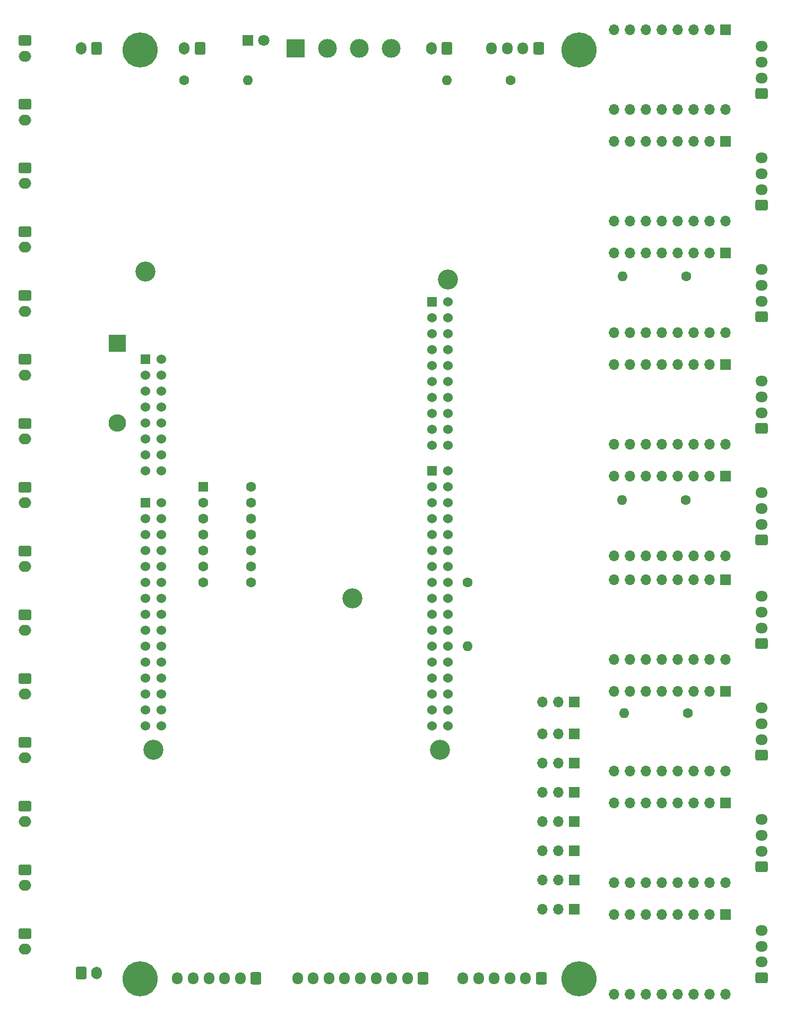
<source format=gbr>
%TF.GenerationSoftware,KiCad,Pcbnew,9.0.0*%
%TF.CreationDate,2025-03-23T18:41:59+01:00*%
%TF.ProjectId,Board_Main,426f6172-645f-44d6-9169-6e2e6b696361,rev?*%
%TF.SameCoordinates,Original*%
%TF.FileFunction,Soldermask,Bot*%
%TF.FilePolarity,Negative*%
%FSLAX46Y46*%
G04 Gerber Fmt 4.6, Leading zero omitted, Abs format (unit mm)*
G04 Created by KiCad (PCBNEW 9.0.0) date 2025-03-23 18:41:59*
%MOMM*%
%LPD*%
G01*
G04 APERTURE LIST*
G04 Aperture macros list*
%AMRoundRect*
0 Rectangle with rounded corners*
0 $1 Rounding radius*
0 $2 $3 $4 $5 $6 $7 $8 $9 X,Y pos of 4 corners*
0 Add a 4 corners polygon primitive as box body*
4,1,4,$2,$3,$4,$5,$6,$7,$8,$9,$2,$3,0*
0 Add four circle primitives for the rounded corners*
1,1,$1+$1,$2,$3*
1,1,$1+$1,$4,$5*
1,1,$1+$1,$6,$7*
1,1,$1+$1,$8,$9*
0 Add four rect primitives between the rounded corners*
20,1,$1+$1,$2,$3,$4,$5,0*
20,1,$1+$1,$4,$5,$6,$7,0*
20,1,$1+$1,$6,$7,$8,$9,0*
20,1,$1+$1,$8,$9,$2,$3,0*%
G04 Aperture macros list end*
%ADD10O,1.700000X1.950000*%
%ADD11RoundRect,0.250000X0.600000X0.725000X-0.600000X0.725000X-0.600000X-0.725000X0.600000X-0.725000X0*%
%ADD12C,3.200000*%
%ADD13R,1.530000X1.530000*%
%ADD14C,1.530000*%
%ADD15C,5.600000*%
%ADD16RoundRect,0.250000X-0.750000X0.600000X-0.750000X-0.600000X0.750000X-0.600000X0.750000X0.600000X0*%
%ADD17O,2.000000X1.700000*%
%ADD18R,1.700000X1.700000*%
%ADD19O,1.700000X1.700000*%
%ADD20R,1.800000X1.800000*%
%ADD21C,1.800000*%
%ADD22RoundRect,0.250000X0.725000X-0.600000X0.725000X0.600000X-0.725000X0.600000X-0.725000X-0.600000X0*%
%ADD23O,1.950000X1.700000*%
%ADD24C,1.600000*%
%ADD25O,1.600000X1.600000*%
%ADD26RoundRect,0.250000X0.600000X0.750000X-0.600000X0.750000X-0.600000X-0.750000X0.600000X-0.750000X0*%
%ADD27O,1.700000X2.000000*%
%ADD28R,2.800000X2.800000*%
%ADD29O,2.800000X2.800000*%
%ADD30RoundRect,0.250000X-0.550000X-0.550000X0.550000X-0.550000X0.550000X0.550000X-0.550000X0.550000X0*%
%ADD31RoundRect,0.250000X-0.600000X-0.750000X0.600000X-0.750000X0.600000X0.750000X-0.600000X0.750000X0*%
%ADD32R,3.000000X3.000000*%
%ADD33C,3.000000*%
G04 APERTURE END LIST*
D10*
%TO.C,LIDAR*%
X117595000Y-29210707D03*
X120095000Y-29210707D03*
X122595000Y-29210707D03*
D11*
X125095000Y-29210707D03*
%TD*%
D12*
%TO.C,U1*%
X62350000Y-64718000D03*
X63620000Y-140918000D03*
X95370000Y-116788000D03*
X109340000Y-140918000D03*
X110610000Y-65988000D03*
D13*
X108070000Y-69544000D03*
D14*
X110610000Y-69544000D03*
X108070000Y-72084000D03*
X110610000Y-72084000D03*
X108070000Y-74624000D03*
X110610000Y-74624000D03*
X108070000Y-77164000D03*
X110610000Y-77164000D03*
X108070000Y-79704000D03*
X110610000Y-79704000D03*
X108070000Y-82244000D03*
X110610000Y-82244000D03*
X108070000Y-84784000D03*
X110610000Y-84784000D03*
X108070000Y-87324000D03*
X110610000Y-87324000D03*
X108070000Y-89864000D03*
X110610000Y-89864000D03*
X108070000Y-92404000D03*
X110610000Y-92404000D03*
D13*
X62350000Y-78688000D03*
D14*
X64890000Y-78688000D03*
X62350000Y-81228000D03*
X64890000Y-81228000D03*
X62350000Y-83768000D03*
X64890000Y-83768000D03*
X62350000Y-86308000D03*
X64890000Y-86308000D03*
X62350000Y-88848000D03*
X64890000Y-88848000D03*
X62350000Y-91388000D03*
X64890000Y-91388000D03*
X62350000Y-93928000D03*
X64890000Y-93928000D03*
X62350000Y-96468000D03*
X64890000Y-96468000D03*
D13*
X62350000Y-101548000D03*
D14*
X64890000Y-101548000D03*
X62350000Y-104088000D03*
X64890000Y-104088000D03*
X62350000Y-106628000D03*
X64890000Y-106628000D03*
X62350000Y-109168000D03*
X64890000Y-109168000D03*
X62350000Y-111708000D03*
X64890000Y-111708000D03*
X62350000Y-114248000D03*
X64890000Y-114248000D03*
X62350000Y-116788000D03*
X64890000Y-116788000D03*
X62350000Y-119328000D03*
X64890000Y-119328000D03*
X62350000Y-121868000D03*
X64890000Y-121868000D03*
X62350000Y-124408000D03*
X64890000Y-124408000D03*
X62350000Y-126948000D03*
X64890000Y-126948000D03*
X62350000Y-129488000D03*
X64890000Y-129488000D03*
X62350000Y-132028000D03*
X64890000Y-132028000D03*
X62350000Y-134568000D03*
X64890000Y-134568000D03*
X62350000Y-137108000D03*
X64890000Y-137108000D03*
D13*
X108070000Y-96468000D03*
D14*
X110610000Y-96468000D03*
X108070000Y-99008000D03*
X110610000Y-99008000D03*
X108070000Y-101548000D03*
X110610000Y-101548000D03*
X108070000Y-104088000D03*
X110610000Y-104088000D03*
X108070000Y-106628000D03*
X110610000Y-106628000D03*
X108070000Y-109168000D03*
X110610000Y-109168000D03*
X108070000Y-111708000D03*
X110610000Y-111708000D03*
X108070000Y-114248000D03*
X110610000Y-114248000D03*
X108070000Y-116788000D03*
X110610000Y-116788000D03*
X108070000Y-119328000D03*
X110610000Y-119328000D03*
X108070000Y-121868000D03*
X110610000Y-121868000D03*
X108070000Y-124408000D03*
X110610000Y-124408000D03*
X108070000Y-126948000D03*
X110610000Y-126948000D03*
X108070000Y-129488000D03*
X110610000Y-129488000D03*
X108070000Y-132028000D03*
X110610000Y-132028000D03*
X108070000Y-134568000D03*
X110610000Y-134568000D03*
X108070000Y-137108000D03*
X110610000Y-137108000D03*
%TD*%
D15*
%TO.C,H4*%
X131530000Y-177440000D03*
%TD*%
%TO.C,H3*%
X61520000Y-177440000D03*
%TD*%
%TO.C,H2*%
X131590000Y-29460000D03*
%TD*%
%TO.C,H1*%
X61560000Y-29460000D03*
%TD*%
D16*
%TO.C,SW8*%
X43180000Y-99100000D03*
D17*
X43180000Y-101600000D03*
%TD*%
D18*
%TO.C,Servo4*%
X130810000Y-147730000D03*
D19*
X128270000Y-147730000D03*
X125730000Y-147730000D03*
%TD*%
D20*
%TO.C,PWR*%
X78740000Y-27940000D03*
D21*
X81280000Y-27940000D03*
%TD*%
D16*
%TO.C,SW9*%
X43180000Y-109260000D03*
D17*
X43180000Y-111760000D03*
%TD*%
D16*
%TO.C,SW_BAU*%
X43180000Y-160060000D03*
D17*
X43180000Y-162560000D03*
%TD*%
D18*
%TO.C,Servo5*%
X130810000Y-152380000D03*
D19*
X128270000Y-152380000D03*
X125730000Y-152380000D03*
%TD*%
D11*
%TO.C,BTH*%
X125530000Y-177342800D03*
D10*
X123030000Y-177342800D03*
X120530000Y-177342800D03*
X118030000Y-177342800D03*
X115530000Y-177342800D03*
X113030000Y-177342800D03*
%TD*%
D16*
%TO.C,SW4*%
X43180000Y-58380000D03*
D17*
X43180000Y-60880000D03*
%TD*%
D22*
%TO.C,Stepper1*%
X160655000Y-36402000D03*
D23*
X160655000Y-33902000D03*
X160655000Y-31402000D03*
X160655000Y-28902000D03*
%TD*%
D24*
%TO.C,R2*%
X120650000Y-34290000D03*
D25*
X110490000Y-34290000D03*
%TD*%
D18*
%TO.C,Servo1*%
X130810000Y-133350000D03*
D19*
X128270000Y-133350000D03*
X125730000Y-133350000D03*
%TD*%
D16*
%TO.C,SW10*%
X43180000Y-119420000D03*
D17*
X43180000Y-121920000D03*
%TD*%
D18*
%TO.C,U8*%
X154900000Y-79582000D03*
D19*
X152360000Y-79582000D03*
X149820000Y-79582000D03*
X147280000Y-79582000D03*
X144740000Y-79582000D03*
X142200000Y-79582000D03*
X139660000Y-79582000D03*
X137120000Y-79582000D03*
X154900000Y-92282000D03*
X152360000Y-92282000D03*
X149820000Y-92282000D03*
X147280000Y-92282000D03*
X144740000Y-92282000D03*
X142200000Y-92282000D03*
X139660000Y-92282000D03*
X137120000Y-92282000D03*
%TD*%
D16*
%TO.C,SW5*%
X43180000Y-68580000D03*
D17*
X43180000Y-71080000D03*
%TD*%
D24*
%TO.C,R1*%
X68580000Y-34290000D03*
D25*
X78740000Y-34290000D03*
%TD*%
D16*
%TO.C,SW_INIT*%
X43180000Y-170220000D03*
D17*
X43180000Y-172720000D03*
%TD*%
D26*
%TO.C,SW_RST*%
X71080000Y-29210000D03*
D27*
X68580000Y-29210000D03*
%TD*%
D16*
%TO.C,SW3*%
X43180000Y-48220000D03*
D17*
X43180000Y-50720000D03*
%TD*%
D16*
%TO.C,SW6*%
X43180000Y-78740000D03*
D17*
X43180000Y-81240000D03*
%TD*%
D18*
%TO.C,Servo2*%
X130810000Y-138430000D03*
D19*
X128270000Y-138430000D03*
X125730000Y-138430000D03*
%TD*%
D16*
%TO.C,SW1*%
X43180000Y-27940000D03*
D17*
X43180000Y-30440000D03*
%TD*%
D22*
%TO.C,StepperB*%
X160655000Y-159592000D03*
D23*
X160655000Y-157092000D03*
X160655000Y-154592000D03*
X160655000Y-152092000D03*
%TD*%
D28*
%TO.C,D3*%
X57912000Y-76200000D03*
D29*
X57912000Y-88900000D03*
%TD*%
D22*
%TO.C,Stepper4*%
X160655000Y-89742000D03*
D23*
X160655000Y-87242000D03*
X160655000Y-84742000D03*
X160655000Y-82242000D03*
%TD*%
D18*
%TO.C,Servo7*%
X130810000Y-161680000D03*
D19*
X128270000Y-161680000D03*
X125730000Y-161680000D03*
%TD*%
D22*
%TO.C,StepperC*%
X160655000Y-177252000D03*
D23*
X160655000Y-174752000D03*
X160655000Y-172252000D03*
X160655000Y-169752000D03*
%TD*%
D30*
%TO.C,U2*%
X71628000Y-99013000D03*
D24*
X71628000Y-101553000D03*
X71628000Y-104093000D03*
X71628000Y-106633000D03*
X71628000Y-109173000D03*
X71628000Y-111713000D03*
X71628000Y-114253000D03*
X79248000Y-114253000D03*
X79248000Y-111713000D03*
X79248000Y-109173000D03*
X79248000Y-106633000D03*
X79248000Y-104093000D03*
X79248000Y-101553000D03*
X79248000Y-99013000D03*
%TD*%
D18*
%TO.C,U7*%
X154900000Y-61802000D03*
D19*
X152360000Y-61802000D03*
X149820000Y-61802000D03*
X147280000Y-61802000D03*
X144740000Y-61802000D03*
X142200000Y-61802000D03*
X139660000Y-61802000D03*
X137120000Y-61802000D03*
X154900000Y-74502000D03*
X152360000Y-74502000D03*
X149820000Y-74502000D03*
X147280000Y-74502000D03*
X144740000Y-74502000D03*
X142200000Y-74502000D03*
X139660000Y-74502000D03*
X137120000Y-74502000D03*
%TD*%
D22*
%TO.C,Stepper3*%
X160655000Y-71962000D03*
D23*
X160655000Y-69462000D03*
X160655000Y-66962000D03*
X160655000Y-64462000D03*
%TD*%
D24*
%TO.C,R4*%
X113792000Y-114300000D03*
D25*
X113792000Y-124460000D03*
%TD*%
D26*
%TO.C,SW_SPARE_1*%
X54610000Y-29210000D03*
D27*
X52110000Y-29210000D03*
%TD*%
D18*
%TO.C,U5*%
X154900000Y-26242000D03*
D19*
X152360000Y-26242000D03*
X149820000Y-26242000D03*
X147280000Y-26242000D03*
X144740000Y-26242000D03*
X142200000Y-26242000D03*
X139660000Y-26242000D03*
X137120000Y-26242000D03*
X154900000Y-38942000D03*
X152360000Y-38942000D03*
X149820000Y-38942000D03*
X147280000Y-38942000D03*
X144740000Y-38942000D03*
X142200000Y-38942000D03*
X139660000Y-38942000D03*
X137120000Y-38942000D03*
%TD*%
D18*
%TO.C,U6*%
X154900000Y-44022000D03*
D19*
X152360000Y-44022000D03*
X149820000Y-44022000D03*
X147280000Y-44022000D03*
X144740000Y-44022000D03*
X142200000Y-44022000D03*
X139660000Y-44022000D03*
X137120000Y-44022000D03*
X154900000Y-56722000D03*
X152360000Y-56722000D03*
X149820000Y-56722000D03*
X147280000Y-56722000D03*
X144740000Y-56722000D03*
X142200000Y-56722000D03*
X139660000Y-56722000D03*
X137120000Y-56722000D03*
%TD*%
D11*
%TO.C,LCD*%
X80010000Y-177372000D03*
D10*
X77510000Y-177372000D03*
X75010000Y-177372000D03*
X72510000Y-177372000D03*
X70010000Y-177372000D03*
X67510000Y-177372000D03*
%TD*%
D22*
%TO.C,Stepper2*%
X160655000Y-54182000D03*
D23*
X160655000Y-51682000D03*
X160655000Y-49182000D03*
X160655000Y-46682000D03*
%TD*%
D22*
%TO.C,Stepper6*%
X160655000Y-124032000D03*
D23*
X160655000Y-121532000D03*
X160655000Y-119032000D03*
X160655000Y-116532000D03*
%TD*%
D16*
%TO.C,SW11*%
X43180000Y-129580000D03*
D17*
X43180000Y-132080000D03*
%TD*%
D18*
%TO.C,Servo3*%
X130810000Y-143080000D03*
D19*
X128270000Y-143080000D03*
X125730000Y-143080000D03*
%TD*%
D18*
%TO.C,U3*%
X154900000Y-113872000D03*
D19*
X152360000Y-113872000D03*
X149820000Y-113872000D03*
X147280000Y-113872000D03*
X144740000Y-113872000D03*
X142200000Y-113872000D03*
X139660000Y-113872000D03*
X137120000Y-113872000D03*
X154900000Y-126572000D03*
X152360000Y-126572000D03*
X149820000Y-126572000D03*
X147280000Y-126572000D03*
X144740000Y-126572000D03*
X142200000Y-126572000D03*
X139660000Y-126572000D03*
X137120000Y-126572000D03*
%TD*%
D18*
%TO.C,U11*%
X154900000Y-167212000D03*
D19*
X152360000Y-167212000D03*
X149820000Y-167212000D03*
X147280000Y-167212000D03*
X144740000Y-167212000D03*
X142200000Y-167212000D03*
X139660000Y-167212000D03*
X137120000Y-167212000D03*
X154900000Y-179912000D03*
X152360000Y-179912000D03*
X149820000Y-179912000D03*
X147280000Y-179912000D03*
X144740000Y-179912000D03*
X142200000Y-179912000D03*
X139660000Y-179912000D03*
X137120000Y-179912000D03*
%TD*%
D16*
%TO.C,SW7*%
X43180000Y-88940000D03*
D17*
X43180000Y-91440000D03*
%TD*%
D18*
%TO.C,Servo6*%
X130810000Y-157030000D03*
D19*
X128270000Y-157030000D03*
X125730000Y-157030000D03*
%TD*%
D18*
%TO.C,U4*%
X154900000Y-97362000D03*
D19*
X152360000Y-97362000D03*
X149820000Y-97362000D03*
X147280000Y-97362000D03*
X144740000Y-97362000D03*
X142200000Y-97362000D03*
X139660000Y-97362000D03*
X137120000Y-97362000D03*
X154900000Y-110062000D03*
X152360000Y-110062000D03*
X149820000Y-110062000D03*
X147280000Y-110062000D03*
X144740000Y-110062000D03*
X142200000Y-110062000D03*
X139660000Y-110062000D03*
X137120000Y-110062000D03*
%TD*%
D31*
%TO.C,SW_SPARE_2*%
X52110000Y-176530000D03*
D27*
X54610000Y-176530000D03*
%TD*%
D22*
%TO.C,Stepper5*%
X160655000Y-107522000D03*
D23*
X160655000Y-105022000D03*
X160655000Y-102522000D03*
X160655000Y-100022000D03*
%TD*%
D18*
%TO.C,U9*%
X154900000Y-131652000D03*
D19*
X152360000Y-131652000D03*
X149820000Y-131652000D03*
X147280000Y-131652000D03*
X144740000Y-131652000D03*
X142200000Y-131652000D03*
X139660000Y-131652000D03*
X137120000Y-131652000D03*
X154900000Y-144352000D03*
X152360000Y-144352000D03*
X149820000Y-144352000D03*
X147280000Y-144352000D03*
X144740000Y-144352000D03*
X142200000Y-144352000D03*
X139660000Y-144352000D03*
X137120000Y-144352000D03*
%TD*%
D22*
%TO.C,StepperA*%
X160655000Y-141812000D03*
D23*
X160655000Y-139312000D03*
X160655000Y-136812000D03*
X160655000Y-134312000D03*
%TD*%
D18*
%TO.C,U10*%
X154900000Y-149432000D03*
D19*
X152360000Y-149432000D03*
X149820000Y-149432000D03*
X147280000Y-149432000D03*
X144740000Y-149432000D03*
X142200000Y-149432000D03*
X139660000Y-149432000D03*
X137120000Y-149432000D03*
X154900000Y-162132000D03*
X152360000Y-162132000D03*
X149820000Y-162132000D03*
X147280000Y-162132000D03*
X144740000Y-162132000D03*
X142200000Y-162132000D03*
X139660000Y-162132000D03*
X137120000Y-162132000D03*
%TD*%
D16*
%TO.C,SW_TIRETTE*%
X43180000Y-139740000D03*
D17*
X43180000Y-142240000D03*
%TD*%
D32*
%TO.C,J23*%
X86360000Y-29210000D03*
D33*
X91440000Y-29210000D03*
X96520000Y-29210000D03*
X101600000Y-29210000D03*
%TD*%
D18*
%TO.C,Servo8*%
X130810000Y-166370000D03*
D19*
X128270000Y-166370000D03*
X125730000Y-166370000D03*
%TD*%
D16*
%TO.C,SW2*%
X43180000Y-38100000D03*
D17*
X43180000Y-40600000D03*
%TD*%
D26*
%TO.C,LED_LIDAR*%
X110490000Y-29210000D03*
D27*
X107990000Y-29210000D03*
%TD*%
D11*
%TO.C,XBOX_BTH*%
X106680000Y-177372000D03*
D10*
X104180000Y-177372000D03*
X101680000Y-177372000D03*
X99180000Y-177372000D03*
X96680000Y-177372000D03*
X94180000Y-177372000D03*
X91680000Y-177372000D03*
X89180000Y-177372000D03*
X86680000Y-177372000D03*
%TD*%
D16*
%TO.C,SW_TEAM*%
X43180000Y-149900000D03*
D17*
X43180000Y-152400000D03*
%TD*%
D24*
%TO.C,R5*%
X148677000Y-65485000D03*
D25*
X138517000Y-65485000D03*
%TD*%
D24*
%TO.C,R3*%
X148931000Y-135081000D03*
D25*
X138771000Y-135081000D03*
%TD*%
D24*
%TO.C,R6*%
X148550000Y-101172000D03*
D25*
X138390000Y-101172000D03*
%TD*%
M02*

</source>
